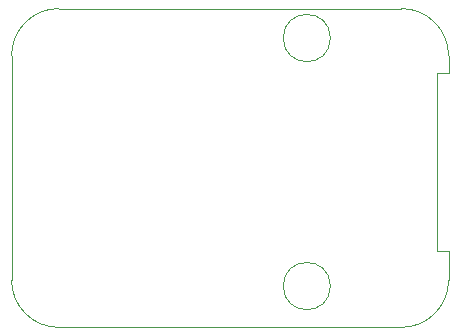
<source format=gbr>
%TF.GenerationSoftware,KiCad,Pcbnew,7.0.5-0*%
%TF.CreationDate,2023-07-07T09:12:39-05:00*%
%TF.ProjectId,DCSDv2_CP2102N,44435344-7632-45f4-9350-323130324e2e,rev?*%
%TF.SameCoordinates,Original*%
%TF.FileFunction,Profile,NP*%
%FSLAX46Y46*%
G04 Gerber Fmt 4.6, Leading zero omitted, Abs format (unit mm)*
G04 Created by KiCad (PCBNEW 7.0.5-0) date 2023-07-07 09:12:39*
%MOMM*%
%LPD*%
G01*
G04 APERTURE LIST*
%TA.AperFunction,Profile*%
%ADD10C,0.100000*%
%TD*%
G04 APERTURE END LIST*
D10*
%TO.C,H1*%
X130600000Y-82765000D02*
X130600000Y-101765000D01*
X134600000Y-105765000D02*
X163600000Y-105765000D01*
X163600000Y-78765000D02*
X134600000Y-78765000D01*
X166600000Y-84265000D02*
X167600000Y-84265000D01*
X166600000Y-99265000D02*
X166600000Y-84265000D01*
X166600000Y-99265000D02*
X167600000Y-99265000D01*
X167600000Y-84265000D02*
X167600000Y-82765000D01*
X167600000Y-99265000D02*
X167600000Y-101765000D01*
X134600000Y-78765000D02*
G75*
G03*
X130600000Y-82765000I0J-4000000D01*
G01*
X130600000Y-101765000D02*
G75*
G03*
X134600000Y-105765000I4000000J0D01*
G01*
X167600000Y-82765000D02*
G75*
G03*
X163600000Y-78765000I-4000000J0D01*
G01*
X163600000Y-105765000D02*
G75*
G03*
X167600000Y-101765000I0J4000000D01*
G01*
X157600000Y-81265000D02*
G75*
G03*
X157600000Y-81265000I-2000000J0D01*
G01*
X157600000Y-102265000D02*
G75*
G03*
X157600000Y-102265000I-2000000J0D01*
G01*
%TD*%
M02*

</source>
